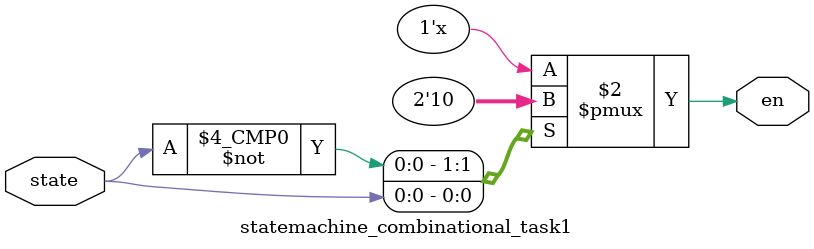
<source format=sv>
`define EN_INIT_ON                 1'b0 // enable en_init
`define EN_INIT_OFF                1'b1 // disable en_init


module task1(input logic CLOCK_50, input logic [3:0] KEY, input logic [9:0] SW,
             output logic [6:0] HEX0, output logic [6:0] HEX1, output logic [6:0] HEX2,
             output logic [6:0] HEX3, output logic [6:0] HEX4, output logic [6:0] HEX5,
             output logic [9:0] LEDR);

    // your code here

    logic	[7:0]  address; // input to s_mem, output from init
	logic	[7:0]  data; // input to s_mem, output from init
	logic	wren; // input to s_mem, output from init
	logic	[7:0]  data_out; // newdata output from s_mem

    logic en;  // is this not used in this module?
    logic rdy; // output from init to declare if ready for new request

    logic fast_clock;
    assign fast_clock = CLOCK_50;

    logic reset;
    assign reset = KEY[3];

    init I(.clk(fast_clock), .rst_n(reset),
            .en(en), .rdy(rdy),
            .addr(address), .wrdata(data), .wren(wren));


    s_mem s(.address(address),
	.clock(fast_clock),
	.data(data),
	.wren(wren),
	.q(data_out));
/*
    always_ff @( posedge CLOCK_50 ) begin
        if(reset) begin // active low to activate en
            en = 1'b0;
        end else begin
            en = 1'b1;
        end
    end
*/

    logic state;

    statemachine_mooremachine_task1 mt1(fast_clock, reset, state);

    statemachine_combinational_task1 ct1(state, en);


    // your code here

endmodule: task1


module statemachine_mooremachine_task1(input logic fast_clock, input logic reset,
                                        output logic state);

    logic present_state;

    always @(posedge fast_clock) begin

        if (reset) begin
            present_state = `EN_INIT_ON;
        end else begin
            case(present_state)

                `EN_INIT_ON: present_state = `EN_INIT_OFF;

                default: present_state = 1'bx;

            endcase
        end

        state = present_state;

    end
endmodule

module statemachine_combinational_task1(input logic state,
                                        output logic en);

    always @(state) begin

            case(state)

            `EN_INIT_ON: begin
                en = 1'b1;
            end

            `EN_INIT_OFF: begin
                en = 1'b0;
            end

            default: begin
                en = 1'bx;
            end

            endcase
    end

endmodule

</source>
